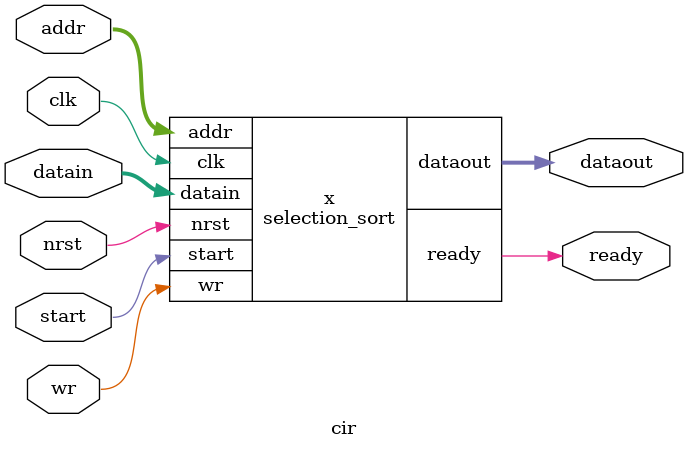
<source format=sv>
module selection_sort(
    input clk,
    input nrst,     
    input start,
    input wr,
    input [2:0] addr,
    input [7:0] datain,
    output logic [7:0] dataout,
    output logic ready
);
    logic [7:0] d [0:7];  
  	logic [3:0] i, j, jm;
    logic [7:0] c, m;
    logic sorting;

    always @(posedge clk or negedge nrst) begin
        if (!nrst) begin
            ready <= 1;
            sorting <= 0;
            i <= 0;
            j <= 0;
            jm <= 0;
            c <= 0;
            m <= 0;
        end else begin
            if (ready && start) begin
                ready <= 0;
                sorting <= 1;
                i <= 0;
            end else if (sorting) begin
              if (i < 8) begin
                    if (j == 0) begin
                        j <= i + 1;
                        jm <= i;
                        m <= d[i];
                        c <= d[i + 1];
                    end else if (j < 8) begin
                        if (c < m) begin
                            m <= c;
                            jm <= j;
                        end
                        j <= j + 1;
                        c <= d[j + 1];
                    end else begin
                        if (i != jm) begin
                            d[jm] <= d[i];
                            d[i] <= m;
                        end
                        i <= i + 1;
                        j <= 0;
                    end
                end else begin
                    ready <= 1;
                    sorting <= 0;
                end
            end else if (ready) begin
                if (wr) begin
                    d[addr] <= datain;
                end else begin
                    dataout <= d[addr];
                end
            end
        end
    end
endmodule


module cir(
    input clk,
    input nrst,
    input start,
    input wr,
    input [2:0] addr,
    input [7:0] datain,
    output logic [7:0] dataout,
    output logic ready
);
  selection_sort x(clk, nrst, start, wr, addr, datain, dataout, ready);
endmodule

</source>
